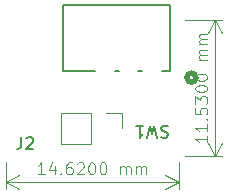
<source format=gbr>
%TF.GenerationSoftware,KiCad,Pcbnew,8.0.1*%
%TF.CreationDate,2025-01-22T20:15:40-07:00*%
%TF.ProjectId,BatterySwitch,42617474-6572-4795-9377-697463682e6b,rev?*%
%TF.SameCoordinates,Original*%
%TF.FileFunction,Legend,Top*%
%TF.FilePolarity,Positive*%
%FSLAX46Y46*%
G04 Gerber Fmt 4.6, Leading zero omitted, Abs format (unit mm)*
G04 Created by KiCad (PCBNEW 8.0.1) date 2025-01-22 20:15:40*
%MOMM*%
%LPD*%
G01*
G04 APERTURE LIST*
%ADD10C,0.100000*%
%ADD11C,0.150000*%
%ADD12C,0.152400*%
%ADD13C,0.508000*%
%ADD14C,0.120000*%
%ADD15R,0.990600X2.489200*%
%ADD16C,1.346200*%
%ADD17R,1.700000X1.700000*%
%ADD18O,1.700000X1.700000*%
G04 APERTURE END LIST*
D10*
X127382381Y-85227418D02*
X126810953Y-85227418D01*
X127096667Y-85227418D02*
X127096667Y-84227418D01*
X127096667Y-84227418D02*
X127001429Y-84370275D01*
X127001429Y-84370275D02*
X126906191Y-84465513D01*
X126906191Y-84465513D02*
X126810953Y-84513132D01*
X128239524Y-84560751D02*
X128239524Y-85227418D01*
X128001429Y-84179799D02*
X127763334Y-84894084D01*
X127763334Y-84894084D02*
X128382381Y-84894084D01*
X128763334Y-85132179D02*
X128810953Y-85179799D01*
X128810953Y-85179799D02*
X128763334Y-85227418D01*
X128763334Y-85227418D02*
X128715715Y-85179799D01*
X128715715Y-85179799D02*
X128763334Y-85132179D01*
X128763334Y-85132179D02*
X128763334Y-85227418D01*
X129668095Y-84227418D02*
X129477619Y-84227418D01*
X129477619Y-84227418D02*
X129382381Y-84275037D01*
X129382381Y-84275037D02*
X129334762Y-84322656D01*
X129334762Y-84322656D02*
X129239524Y-84465513D01*
X129239524Y-84465513D02*
X129191905Y-84655989D01*
X129191905Y-84655989D02*
X129191905Y-85036941D01*
X129191905Y-85036941D02*
X129239524Y-85132179D01*
X129239524Y-85132179D02*
X129287143Y-85179799D01*
X129287143Y-85179799D02*
X129382381Y-85227418D01*
X129382381Y-85227418D02*
X129572857Y-85227418D01*
X129572857Y-85227418D02*
X129668095Y-85179799D01*
X129668095Y-85179799D02*
X129715714Y-85132179D01*
X129715714Y-85132179D02*
X129763333Y-85036941D01*
X129763333Y-85036941D02*
X129763333Y-84798846D01*
X129763333Y-84798846D02*
X129715714Y-84703608D01*
X129715714Y-84703608D02*
X129668095Y-84655989D01*
X129668095Y-84655989D02*
X129572857Y-84608370D01*
X129572857Y-84608370D02*
X129382381Y-84608370D01*
X129382381Y-84608370D02*
X129287143Y-84655989D01*
X129287143Y-84655989D02*
X129239524Y-84703608D01*
X129239524Y-84703608D02*
X129191905Y-84798846D01*
X130144286Y-84322656D02*
X130191905Y-84275037D01*
X130191905Y-84275037D02*
X130287143Y-84227418D01*
X130287143Y-84227418D02*
X130525238Y-84227418D01*
X130525238Y-84227418D02*
X130620476Y-84275037D01*
X130620476Y-84275037D02*
X130668095Y-84322656D01*
X130668095Y-84322656D02*
X130715714Y-84417894D01*
X130715714Y-84417894D02*
X130715714Y-84513132D01*
X130715714Y-84513132D02*
X130668095Y-84655989D01*
X130668095Y-84655989D02*
X130096667Y-85227418D01*
X130096667Y-85227418D02*
X130715714Y-85227418D01*
X131334762Y-84227418D02*
X131430000Y-84227418D01*
X131430000Y-84227418D02*
X131525238Y-84275037D01*
X131525238Y-84275037D02*
X131572857Y-84322656D01*
X131572857Y-84322656D02*
X131620476Y-84417894D01*
X131620476Y-84417894D02*
X131668095Y-84608370D01*
X131668095Y-84608370D02*
X131668095Y-84846465D01*
X131668095Y-84846465D02*
X131620476Y-85036941D01*
X131620476Y-85036941D02*
X131572857Y-85132179D01*
X131572857Y-85132179D02*
X131525238Y-85179799D01*
X131525238Y-85179799D02*
X131430000Y-85227418D01*
X131430000Y-85227418D02*
X131334762Y-85227418D01*
X131334762Y-85227418D02*
X131239524Y-85179799D01*
X131239524Y-85179799D02*
X131191905Y-85132179D01*
X131191905Y-85132179D02*
X131144286Y-85036941D01*
X131144286Y-85036941D02*
X131096667Y-84846465D01*
X131096667Y-84846465D02*
X131096667Y-84608370D01*
X131096667Y-84608370D02*
X131144286Y-84417894D01*
X131144286Y-84417894D02*
X131191905Y-84322656D01*
X131191905Y-84322656D02*
X131239524Y-84275037D01*
X131239524Y-84275037D02*
X131334762Y-84227418D01*
X132287143Y-84227418D02*
X132382381Y-84227418D01*
X132382381Y-84227418D02*
X132477619Y-84275037D01*
X132477619Y-84275037D02*
X132525238Y-84322656D01*
X132525238Y-84322656D02*
X132572857Y-84417894D01*
X132572857Y-84417894D02*
X132620476Y-84608370D01*
X132620476Y-84608370D02*
X132620476Y-84846465D01*
X132620476Y-84846465D02*
X132572857Y-85036941D01*
X132572857Y-85036941D02*
X132525238Y-85132179D01*
X132525238Y-85132179D02*
X132477619Y-85179799D01*
X132477619Y-85179799D02*
X132382381Y-85227418D01*
X132382381Y-85227418D02*
X132287143Y-85227418D01*
X132287143Y-85227418D02*
X132191905Y-85179799D01*
X132191905Y-85179799D02*
X132144286Y-85132179D01*
X132144286Y-85132179D02*
X132096667Y-85036941D01*
X132096667Y-85036941D02*
X132049048Y-84846465D01*
X132049048Y-84846465D02*
X132049048Y-84608370D01*
X132049048Y-84608370D02*
X132096667Y-84417894D01*
X132096667Y-84417894D02*
X132144286Y-84322656D01*
X132144286Y-84322656D02*
X132191905Y-84275037D01*
X132191905Y-84275037D02*
X132287143Y-84227418D01*
X133810953Y-85227418D02*
X133810953Y-84560751D01*
X133810953Y-84655989D02*
X133858572Y-84608370D01*
X133858572Y-84608370D02*
X133953810Y-84560751D01*
X133953810Y-84560751D02*
X134096667Y-84560751D01*
X134096667Y-84560751D02*
X134191905Y-84608370D01*
X134191905Y-84608370D02*
X134239524Y-84703608D01*
X134239524Y-84703608D02*
X134239524Y-85227418D01*
X134239524Y-84703608D02*
X134287143Y-84608370D01*
X134287143Y-84608370D02*
X134382381Y-84560751D01*
X134382381Y-84560751D02*
X134525238Y-84560751D01*
X134525238Y-84560751D02*
X134620477Y-84608370D01*
X134620477Y-84608370D02*
X134668096Y-84703608D01*
X134668096Y-84703608D02*
X134668096Y-85227418D01*
X135144286Y-85227418D02*
X135144286Y-84560751D01*
X135144286Y-84655989D02*
X135191905Y-84608370D01*
X135191905Y-84608370D02*
X135287143Y-84560751D01*
X135287143Y-84560751D02*
X135430000Y-84560751D01*
X135430000Y-84560751D02*
X135525238Y-84608370D01*
X135525238Y-84608370D02*
X135572857Y-84703608D01*
X135572857Y-84703608D02*
X135572857Y-85227418D01*
X135572857Y-84703608D02*
X135620476Y-84608370D01*
X135620476Y-84608370D02*
X135715714Y-84560751D01*
X135715714Y-84560751D02*
X135858571Y-84560751D01*
X135858571Y-84560751D02*
X135953810Y-84608370D01*
X135953810Y-84608370D02*
X136001429Y-84703608D01*
X136001429Y-84703608D02*
X136001429Y-85227418D01*
X124120000Y-84180000D02*
X124120000Y-86456419D01*
X138740000Y-84180000D02*
X138740000Y-86456419D01*
X124120000Y-85869999D02*
X138740000Y-85869999D01*
X124120000Y-85869999D02*
X138740000Y-85869999D01*
X124120000Y-85869999D02*
X125246504Y-85283578D01*
X124120000Y-85869999D02*
X125246504Y-86456420D01*
X138740000Y-85869999D02*
X137613496Y-86456420D01*
X138740000Y-85869999D02*
X137613496Y-85283578D01*
X141157419Y-81962618D02*
X141157419Y-82534046D01*
X141157419Y-82248332D02*
X140157419Y-82248332D01*
X140157419Y-82248332D02*
X140300276Y-82343570D01*
X140300276Y-82343570D02*
X140395514Y-82438808D01*
X140395514Y-82438808D02*
X140443133Y-82534046D01*
X141157419Y-81010237D02*
X141157419Y-81581665D01*
X141157419Y-81295951D02*
X140157419Y-81295951D01*
X140157419Y-81295951D02*
X140300276Y-81391189D01*
X140300276Y-81391189D02*
X140395514Y-81486427D01*
X140395514Y-81486427D02*
X140443133Y-81581665D01*
X141062180Y-80581665D02*
X141109800Y-80534046D01*
X141109800Y-80534046D02*
X141157419Y-80581665D01*
X141157419Y-80581665D02*
X141109800Y-80629284D01*
X141109800Y-80629284D02*
X141062180Y-80581665D01*
X141062180Y-80581665D02*
X141157419Y-80581665D01*
X140157419Y-79629285D02*
X140157419Y-80105475D01*
X140157419Y-80105475D02*
X140633609Y-80153094D01*
X140633609Y-80153094D02*
X140585990Y-80105475D01*
X140585990Y-80105475D02*
X140538371Y-80010237D01*
X140538371Y-80010237D02*
X140538371Y-79772142D01*
X140538371Y-79772142D02*
X140585990Y-79676904D01*
X140585990Y-79676904D02*
X140633609Y-79629285D01*
X140633609Y-79629285D02*
X140728847Y-79581666D01*
X140728847Y-79581666D02*
X140966942Y-79581666D01*
X140966942Y-79581666D02*
X141062180Y-79629285D01*
X141062180Y-79629285D02*
X141109800Y-79676904D01*
X141109800Y-79676904D02*
X141157419Y-79772142D01*
X141157419Y-79772142D02*
X141157419Y-80010237D01*
X141157419Y-80010237D02*
X141109800Y-80105475D01*
X141109800Y-80105475D02*
X141062180Y-80153094D01*
X140157419Y-79248332D02*
X140157419Y-78629285D01*
X140157419Y-78629285D02*
X140538371Y-78962618D01*
X140538371Y-78962618D02*
X140538371Y-78819761D01*
X140538371Y-78819761D02*
X140585990Y-78724523D01*
X140585990Y-78724523D02*
X140633609Y-78676904D01*
X140633609Y-78676904D02*
X140728847Y-78629285D01*
X140728847Y-78629285D02*
X140966942Y-78629285D01*
X140966942Y-78629285D02*
X141062180Y-78676904D01*
X141062180Y-78676904D02*
X141109800Y-78724523D01*
X141109800Y-78724523D02*
X141157419Y-78819761D01*
X141157419Y-78819761D02*
X141157419Y-79105475D01*
X141157419Y-79105475D02*
X141109800Y-79200713D01*
X141109800Y-79200713D02*
X141062180Y-79248332D01*
X140157419Y-78010237D02*
X140157419Y-77914999D01*
X140157419Y-77914999D02*
X140205038Y-77819761D01*
X140205038Y-77819761D02*
X140252657Y-77772142D01*
X140252657Y-77772142D02*
X140347895Y-77724523D01*
X140347895Y-77724523D02*
X140538371Y-77676904D01*
X140538371Y-77676904D02*
X140776466Y-77676904D01*
X140776466Y-77676904D02*
X140966942Y-77724523D01*
X140966942Y-77724523D02*
X141062180Y-77772142D01*
X141062180Y-77772142D02*
X141109800Y-77819761D01*
X141109800Y-77819761D02*
X141157419Y-77914999D01*
X141157419Y-77914999D02*
X141157419Y-78010237D01*
X141157419Y-78010237D02*
X141109800Y-78105475D01*
X141109800Y-78105475D02*
X141062180Y-78153094D01*
X141062180Y-78153094D02*
X140966942Y-78200713D01*
X140966942Y-78200713D02*
X140776466Y-78248332D01*
X140776466Y-78248332D02*
X140538371Y-78248332D01*
X140538371Y-78248332D02*
X140347895Y-78200713D01*
X140347895Y-78200713D02*
X140252657Y-78153094D01*
X140252657Y-78153094D02*
X140205038Y-78105475D01*
X140205038Y-78105475D02*
X140157419Y-78010237D01*
X140157419Y-77057856D02*
X140157419Y-76962618D01*
X140157419Y-76962618D02*
X140205038Y-76867380D01*
X140205038Y-76867380D02*
X140252657Y-76819761D01*
X140252657Y-76819761D02*
X140347895Y-76772142D01*
X140347895Y-76772142D02*
X140538371Y-76724523D01*
X140538371Y-76724523D02*
X140776466Y-76724523D01*
X140776466Y-76724523D02*
X140966942Y-76772142D01*
X140966942Y-76772142D02*
X141062180Y-76819761D01*
X141062180Y-76819761D02*
X141109800Y-76867380D01*
X141109800Y-76867380D02*
X141157419Y-76962618D01*
X141157419Y-76962618D02*
X141157419Y-77057856D01*
X141157419Y-77057856D02*
X141109800Y-77153094D01*
X141109800Y-77153094D02*
X141062180Y-77200713D01*
X141062180Y-77200713D02*
X140966942Y-77248332D01*
X140966942Y-77248332D02*
X140776466Y-77295951D01*
X140776466Y-77295951D02*
X140538371Y-77295951D01*
X140538371Y-77295951D02*
X140347895Y-77248332D01*
X140347895Y-77248332D02*
X140252657Y-77200713D01*
X140252657Y-77200713D02*
X140205038Y-77153094D01*
X140205038Y-77153094D02*
X140157419Y-77057856D01*
X141157419Y-75534046D02*
X140490752Y-75534046D01*
X140585990Y-75534046D02*
X140538371Y-75486427D01*
X140538371Y-75486427D02*
X140490752Y-75391189D01*
X140490752Y-75391189D02*
X140490752Y-75248332D01*
X140490752Y-75248332D02*
X140538371Y-75153094D01*
X140538371Y-75153094D02*
X140633609Y-75105475D01*
X140633609Y-75105475D02*
X141157419Y-75105475D01*
X140633609Y-75105475D02*
X140538371Y-75057856D01*
X140538371Y-75057856D02*
X140490752Y-74962618D01*
X140490752Y-74962618D02*
X140490752Y-74819761D01*
X140490752Y-74819761D02*
X140538371Y-74724522D01*
X140538371Y-74724522D02*
X140633609Y-74676903D01*
X140633609Y-74676903D02*
X141157419Y-74676903D01*
X141157419Y-74200713D02*
X140490752Y-74200713D01*
X140585990Y-74200713D02*
X140538371Y-74153094D01*
X140538371Y-74153094D02*
X140490752Y-74057856D01*
X140490752Y-74057856D02*
X140490752Y-73914999D01*
X140490752Y-73914999D02*
X140538371Y-73819761D01*
X140538371Y-73819761D02*
X140633609Y-73772142D01*
X140633609Y-73772142D02*
X141157419Y-73772142D01*
X140633609Y-73772142D02*
X140538371Y-73724523D01*
X140538371Y-73724523D02*
X140490752Y-73629285D01*
X140490752Y-73629285D02*
X140490752Y-73486428D01*
X140490752Y-73486428D02*
X140538371Y-73391189D01*
X140538371Y-73391189D02*
X140633609Y-73343570D01*
X140633609Y-73343570D02*
X141157419Y-73343570D01*
X139240000Y-72150000D02*
X142386420Y-72150000D01*
X139240000Y-83680000D02*
X142386420Y-83680000D01*
X141800000Y-72150000D02*
X141800000Y-83680000D01*
X141800000Y-72150000D02*
X141800000Y-83680000D01*
X141800000Y-72150000D02*
X142386421Y-73276504D01*
X141800000Y-72150000D02*
X141213579Y-73276504D01*
X141800000Y-83680000D02*
X141213579Y-82553496D01*
X141800000Y-83680000D02*
X142386421Y-82553496D01*
D11*
X137813332Y-81172800D02*
X137670475Y-81125180D01*
X137670475Y-81125180D02*
X137432380Y-81125180D01*
X137432380Y-81125180D02*
X137337142Y-81172800D01*
X137337142Y-81172800D02*
X137289523Y-81220419D01*
X137289523Y-81220419D02*
X137241904Y-81315657D01*
X137241904Y-81315657D02*
X137241904Y-81410895D01*
X137241904Y-81410895D02*
X137289523Y-81506133D01*
X137289523Y-81506133D02*
X137337142Y-81553752D01*
X137337142Y-81553752D02*
X137432380Y-81601371D01*
X137432380Y-81601371D02*
X137622856Y-81648990D01*
X137622856Y-81648990D02*
X137718094Y-81696609D01*
X137718094Y-81696609D02*
X137765713Y-81744228D01*
X137765713Y-81744228D02*
X137813332Y-81839466D01*
X137813332Y-81839466D02*
X137813332Y-81934704D01*
X137813332Y-81934704D02*
X137765713Y-82029942D01*
X137765713Y-82029942D02*
X137718094Y-82077561D01*
X137718094Y-82077561D02*
X137622856Y-82125180D01*
X137622856Y-82125180D02*
X137384761Y-82125180D01*
X137384761Y-82125180D02*
X137241904Y-82077561D01*
X136908570Y-82125180D02*
X136670475Y-81125180D01*
X136670475Y-81125180D02*
X136479999Y-81839466D01*
X136479999Y-81839466D02*
X136289523Y-81125180D01*
X136289523Y-81125180D02*
X136051428Y-82125180D01*
X135146666Y-81125180D02*
X135718094Y-81125180D01*
X135432380Y-81125180D02*
X135432380Y-82125180D01*
X135432380Y-82125180D02*
X135527618Y-81982323D01*
X135527618Y-81982323D02*
X135622856Y-81887085D01*
X135622856Y-81887085D02*
X135718094Y-81839466D01*
X125411666Y-82074819D02*
X125411666Y-82789104D01*
X125411666Y-82789104D02*
X125364047Y-82931961D01*
X125364047Y-82931961D02*
X125268809Y-83027200D01*
X125268809Y-83027200D02*
X125125952Y-83074819D01*
X125125952Y-83074819D02*
X125030714Y-83074819D01*
X125840238Y-82170057D02*
X125887857Y-82122438D01*
X125887857Y-82122438D02*
X125983095Y-82074819D01*
X125983095Y-82074819D02*
X126221190Y-82074819D01*
X126221190Y-82074819D02*
X126316428Y-82122438D01*
X126316428Y-82122438D02*
X126364047Y-82170057D01*
X126364047Y-82170057D02*
X126411666Y-82265295D01*
X126411666Y-82265295D02*
X126411666Y-82360533D01*
X126411666Y-82360533D02*
X126364047Y-82503390D01*
X126364047Y-82503390D02*
X125792619Y-83074819D01*
X125792619Y-83074819D02*
X126411666Y-83074819D01*
D12*
%TO.C,SW1*%
X128943401Y-70922987D02*
X128943401Y-76485587D01*
X128943401Y-76485587D02*
X131661960Y-76485587D01*
X133318040Y-76485587D02*
X133661962Y-76485587D01*
X135318042Y-76485587D02*
X135661960Y-76485587D01*
X137318040Y-76485587D02*
X138036601Y-76485587D01*
X138036601Y-70922987D02*
X128943401Y-70922987D01*
X138036601Y-76485587D02*
X138036601Y-70922987D01*
D13*
X140195601Y-77050000D02*
G75*
G02*
X139433601Y-77050000I-381000J0D01*
G01*
X139433601Y-77050000D02*
G75*
G02*
X140195601Y-77050000I381000J0D01*
G01*
D14*
%TO.C,J2*%
X128745000Y-80010000D02*
X128745000Y-82670000D01*
X131345000Y-80010000D02*
X128745000Y-80010000D01*
X131345000Y-80010000D02*
X131345000Y-82670000D01*
X131345000Y-82670000D02*
X128745000Y-82670000D01*
X132615000Y-80010000D02*
X133945000Y-80010000D01*
X133945000Y-80010000D02*
X133945000Y-81340000D01*
%TD*%
%LPC*%
D15*
%TO.C,SW1*%
X136490000Y-77050000D03*
X134490002Y-77050000D03*
X132490000Y-77050000D03*
D16*
X136640000Y-73300000D03*
X130340002Y-73300000D03*
%TD*%
D17*
%TO.C,J2*%
X132615000Y-81340000D03*
D18*
X130075000Y-81340000D03*
%TD*%
D17*
%TO.C,J1*%
X126340000Y-77230000D03*
D18*
X126340000Y-74690000D03*
%TD*%
%LPD*%
M02*

</source>
